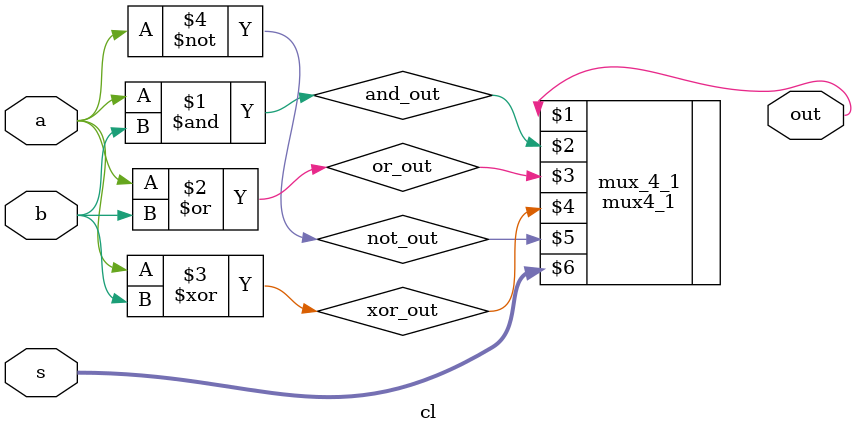
<source format=v>

module cl(output wire out, input wire a, b, input wire [1:0] s);
  //Declaración de conexiones o variables internas:
  wire and_out, or_out, xor_out, not_out;
  //Estructura interna: Instancias de puertas y sus conexiones
  // las siguientes 4 líneas son una alternativa a la estructura interna del módulo
  // assign and_out = a & b;
  // assign or_out = a | b;
  // assign xor_out = a ^ b;
  // assign not_out = ~a;

  and and1(and_out, a, b);
  or or1(or_out, a, b);
  xor xor1(xor_out, a, b);
  not not1(not_out, a);
  mux4_1 mux_4_1(out, and_out, or_out, xor_out, not_out, s);
endmodule

</source>
